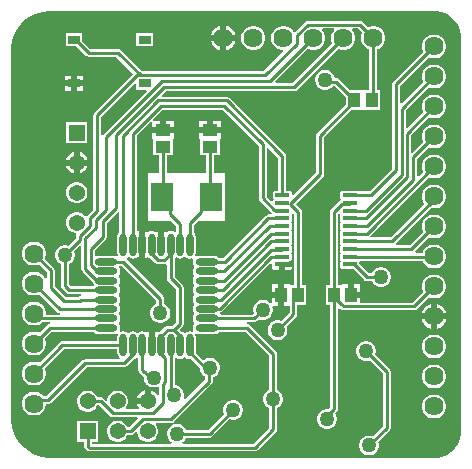
<source format=gbl>
G04*
G04 #@! TF.GenerationSoftware,Altium Limited,Altium Designer,23.2.1 (34)*
G04*
G04 Layer_Physical_Order=2*
G04 Layer_Color=16711680*
%FSLAX25Y25*%
%MOIN*%
G70*
G04*
G04 #@! TF.SameCoordinates,7C5D3EEA-5F35-4E34-AFA4-0489F6894B71*
G04*
G04*
G04 #@! TF.FilePolarity,Positive*
G04*
G01*
G75*
%ADD15R,0.03960X0.05151*%
%ADD16R,0.03937X0.04921*%
G04:AMPARAMS|DCode=19|XSize=15.75mil|YSize=47.24mil|CornerRadius=1.97mil|HoleSize=0mil|Usage=FLASHONLY|Rotation=270.000|XOffset=0mil|YOffset=0mil|HoleType=Round|Shape=RoundedRectangle|*
%AMROUNDEDRECTD19*
21,1,0.01575,0.04331,0,0,270.0*
21,1,0.01181,0.04724,0,0,270.0*
1,1,0.00394,-0.02165,-0.00591*
1,1,0.00394,-0.02165,0.00591*
1,1,0.00394,0.02165,0.00591*
1,1,0.00394,0.02165,-0.00591*
%
%ADD19ROUNDEDRECTD19*%
%ADD20R,0.05151X0.03960*%
%ADD22R,0.07480X0.09449*%
%ADD52C,0.01000*%
%ADD54C,0.06378*%
%ADD55C,0.05394*%
%ADD56R,0.05394X0.05394*%
%ADD57R,0.05394X0.05394*%
%ADD58C,0.09843*%
%ADD59C,0.05000*%
%ADD60R,0.03937X0.02756*%
%ADD61O,0.07677X0.02362*%
%ADD62O,0.02362X0.07677*%
G36*
X144369Y149440D02*
X146014Y148759D01*
X147495Y147770D01*
X148754Y146511D01*
X149743Y145030D01*
X150425Y143385D01*
X150772Y141638D01*
Y140748D01*
X150772Y9843D01*
X150772Y8952D01*
X150425Y7206D01*
X149743Y5561D01*
X148754Y4080D01*
X147495Y2821D01*
X146014Y1832D01*
X144369Y1150D01*
X142623Y803D01*
X141732D01*
X13806Y814D01*
X13806Y814D01*
X13806Y814D01*
X12955D01*
X11269Y1036D01*
X9626Y1476D01*
X8054Y2127D01*
X6581Y2977D01*
X5232Y4013D01*
X4029Y5216D01*
X2993Y6565D01*
X2142Y8038D01*
X1491Y9610D01*
X1051Y11253D01*
X829Y12940D01*
Y13790D01*
X829Y13790D01*
X829Y13791D01*
X803Y136811D01*
Y137662D01*
X1025Y139348D01*
X1465Y140991D01*
X2116Y142563D01*
X2967Y144036D01*
X4002Y145386D01*
X5205Y146588D01*
X6555Y147624D01*
X8028Y148475D01*
X9599Y149126D01*
X11242Y149566D01*
X12929Y149788D01*
X142623D01*
X144369Y149440D01*
D02*
G37*
%LPC*%
G36*
X116968Y146563D02*
X99597D01*
X99090Y146462D01*
X98660Y146175D01*
X95318Y142832D01*
X94822Y142897D01*
X94649Y143198D01*
X93906Y143940D01*
X92997Y144465D01*
X91982Y144737D01*
X90932D01*
X89917Y144465D01*
X89008Y143940D01*
X88265Y143198D01*
X87740Y142288D01*
X87468Y141273D01*
Y140223D01*
X87740Y139208D01*
X88265Y138299D01*
X89008Y137556D01*
X89917Y137031D01*
X90932Y136759D01*
X91288D01*
X91480Y136297D01*
X84777Y129594D01*
X44524D01*
X37355Y136764D01*
X36925Y137051D01*
X36417Y137152D01*
X27124D01*
X24422Y139854D01*
Y142335D01*
X18885D01*
Y137980D01*
X22548D01*
X25638Y134889D01*
X26068Y134602D01*
X26575Y134501D01*
X35868D01*
X41497Y128872D01*
X28590Y115965D01*
X28303Y115535D01*
X28202Y115028D01*
Y83568D01*
X26274Y81640D01*
X26055Y81312D01*
X25674Y81258D01*
X25492Y81287D01*
X25436Y81383D01*
X24785Y82034D01*
X23988Y82495D01*
X23098Y82733D01*
X22177D01*
X21288Y82495D01*
X20491Y82034D01*
X19840Y81383D01*
X19379Y80586D01*
X19141Y79697D01*
Y78776D01*
X19379Y77887D01*
X19840Y77089D01*
X20491Y76438D01*
X21288Y75978D01*
X22177Y75740D01*
X22279D01*
X22547Y75239D01*
X22517Y75195D01*
X22416Y74688D01*
Y73995D01*
X19917Y71496D01*
X19135Y71706D01*
X18266D01*
X17427Y71481D01*
X16675Y71046D01*
X16060Y70432D01*
X15626Y69679D01*
X15401Y68840D01*
Y67971D01*
X15626Y67132D01*
X16060Y66379D01*
X16675Y65765D01*
X17375Y65360D01*
Y58156D01*
X17476Y57649D01*
X17763Y57219D01*
X19226Y55756D01*
X19656Y55468D01*
X20164Y55368D01*
X24023D01*
X24027Y54869D01*
X23519Y54768D01*
X23089Y54481D01*
X23017Y54409D01*
X18949D01*
X15239Y58118D01*
Y63390D01*
X15138Y63897D01*
X14851Y64327D01*
X12005Y67173D01*
X12116Y67365D01*
X12388Y68379D01*
Y69430D01*
X12116Y70444D01*
X11591Y71354D01*
X10848Y72097D01*
X9939Y72622D01*
X8924Y72894D01*
X7874D01*
X6859Y72622D01*
X5950Y72097D01*
X5207Y71354D01*
X4682Y70444D01*
X4410Y69430D01*
Y68379D01*
X4682Y67365D01*
X5207Y66455D01*
X5950Y65713D01*
X6859Y65188D01*
X7874Y64916D01*
X8924D01*
X9939Y65188D01*
X10131Y65298D01*
X12588Y62841D01*
Y60771D01*
X12523Y60730D01*
X11856Y60895D01*
X11591Y61354D01*
X10848Y62097D01*
X9939Y62622D01*
X8924Y62894D01*
X7874D01*
X6859Y62622D01*
X5950Y62097D01*
X5207Y61354D01*
X4682Y60444D01*
X4410Y59430D01*
Y58380D01*
X4682Y57365D01*
X5207Y56455D01*
X5950Y55713D01*
X6859Y55187D01*
X7874Y54916D01*
X8924D01*
X9939Y55187D01*
X10131Y55298D01*
X15973Y49457D01*
X16403Y49169D01*
X16910Y49068D01*
X16907Y48570D01*
X12388D01*
Y49430D01*
X12116Y50444D01*
X11591Y51354D01*
X10848Y52097D01*
X9939Y52622D01*
X8924Y52894D01*
X7874D01*
X6859Y52622D01*
X5950Y52097D01*
X5207Y51354D01*
X4682Y50444D01*
X4410Y49430D01*
Y48379D01*
X4682Y47365D01*
X5207Y46455D01*
X5950Y45713D01*
X6859Y45188D01*
X7874Y44916D01*
X8924D01*
X9939Y45188D01*
X10848Y45713D01*
X11131Y45995D01*
X11515Y45919D01*
X13586D01*
X13589Y45420D01*
X13082Y45319D01*
X12652Y45032D01*
X10131Y42511D01*
X9939Y42622D01*
X8924Y42894D01*
X7874D01*
X6859Y42622D01*
X5950Y42097D01*
X5207Y41354D01*
X4682Y40444D01*
X4410Y39430D01*
Y38379D01*
X4682Y37365D01*
X5207Y36455D01*
X5950Y35713D01*
X6859Y35188D01*
X7874Y34916D01*
X8924D01*
X9939Y35188D01*
X10848Y35713D01*
X11591Y36455D01*
X12116Y37365D01*
X12388Y38379D01*
Y39430D01*
X12116Y40444D01*
X12005Y40637D01*
X14138Y42769D01*
X28326D01*
X28394Y42666D01*
X29050Y42228D01*
X29822Y42074D01*
X35138D01*
X35910Y42228D01*
X36066Y42332D01*
X36426Y41972D01*
X36323Y41816D01*
X36169Y41043D01*
Y39711D01*
X17880D01*
X17373Y39610D01*
X16943Y39323D01*
X10131Y32511D01*
X9939Y32622D01*
X8924Y32894D01*
X7874D01*
X6859Y32622D01*
X5950Y32097D01*
X5207Y31354D01*
X4682Y30444D01*
X4410Y29430D01*
Y28379D01*
X4682Y27365D01*
X5207Y26455D01*
X5950Y25713D01*
X6859Y25188D01*
X7874Y24916D01*
X8924D01*
X9939Y25188D01*
X10848Y25713D01*
X11591Y26455D01*
X12116Y27365D01*
X12388Y28379D01*
Y29430D01*
X12116Y30444D01*
X12005Y30637D01*
X18429Y37060D01*
X36169D01*
Y35728D01*
X36323Y34955D01*
X36761Y34300D01*
X36957Y34169D01*
X36805Y33669D01*
X25426D01*
X24919Y33568D01*
X24489Y33281D01*
X12467Y21259D01*
X11646D01*
X11591Y21354D01*
X10848Y22097D01*
X9939Y22622D01*
X8924Y22894D01*
X7874D01*
X6859Y22622D01*
X5950Y22097D01*
X5207Y21354D01*
X4682Y20444D01*
X4410Y19430D01*
Y18380D01*
X4682Y17365D01*
X5207Y16455D01*
X5950Y15713D01*
X6859Y15188D01*
X7874Y14916D01*
X8924D01*
X9939Y15188D01*
X10848Y15713D01*
X11591Y16455D01*
X12116Y17365D01*
X12388Y18380D01*
Y18608D01*
X13016D01*
X13524Y18709D01*
X13954Y18996D01*
X25975Y31018D01*
X38313D01*
X38820Y31119D01*
X39250Y31406D01*
X41605Y33762D01*
X42111Y33862D01*
X42663Y34231D01*
X43031Y34106D01*
X43163Y34009D01*
Y30183D01*
X43264Y29675D01*
X43551Y29245D01*
X44258Y28538D01*
X44361Y28469D01*
X44928Y27902D01*
Y27125D01*
X45153Y26285D01*
X45588Y25533D01*
X46202Y24918D01*
X46955Y24484D01*
X47794Y24259D01*
X48663D01*
X49502Y24484D01*
X49560Y24517D01*
X49993Y24267D01*
Y21613D01*
X49493Y21479D01*
X49218Y21955D01*
X48530Y22643D01*
X47687Y23130D01*
X47260Y23244D01*
Y19685D01*
X46260D01*
Y18685D01*
X42700D01*
X42815Y18258D01*
X43245Y17514D01*
X43066Y17014D01*
X39187D01*
X38996Y17476D01*
X39058Y17538D01*
X39518Y18335D01*
X39757Y19225D01*
Y20145D01*
X39518Y21035D01*
X39058Y21832D01*
X38407Y22483D01*
X37610Y22944D01*
X36720Y23182D01*
X35800D01*
X34910Y22944D01*
X34113Y22483D01*
X33462Y21832D01*
X33001Y21035D01*
X32763Y20145D01*
Y20057D01*
X32301Y19866D01*
X31545Y20622D01*
X31115Y20910D01*
X30608Y21011D01*
X29525D01*
X29518Y21035D01*
X29058Y21832D01*
X28407Y22483D01*
X27610Y22944D01*
X26720Y23182D01*
X25800D01*
X24910Y22944D01*
X24113Y22483D01*
X23462Y21832D01*
X23001Y21035D01*
X22763Y20145D01*
Y19225D01*
X23001Y18335D01*
X23462Y17538D01*
X24113Y16887D01*
X24910Y16427D01*
X25800Y16188D01*
X26720D01*
X27610Y16427D01*
X28407Y16887D01*
X29058Y17538D01*
X29518Y18335D01*
X29525Y18360D01*
X30058D01*
X33667Y14751D01*
X34097Y14464D01*
X34604Y14363D01*
X42757D01*
X42949Y13901D01*
X40058Y11011D01*
X39525D01*
X39518Y11035D01*
X39058Y11832D01*
X38407Y12483D01*
X37610Y12944D01*
X36720Y13182D01*
X35800D01*
X34910Y12944D01*
X34113Y12483D01*
X33462Y11832D01*
X33001Y11035D01*
X32763Y10145D01*
Y9225D01*
X33001Y8335D01*
X33462Y7538D01*
X34113Y6887D01*
X34910Y6426D01*
X35800Y6188D01*
X36720D01*
X37610Y6426D01*
X38407Y6887D01*
X39058Y7538D01*
X39518Y8335D01*
X39525Y8360D01*
X40608D01*
X41115Y8461D01*
X41545Y8748D01*
X42301Y9504D01*
X42763Y9313D01*
Y9225D01*
X43001Y8335D01*
X43462Y7538D01*
X44113Y6887D01*
X44910Y6426D01*
X45799Y6188D01*
X46720D01*
X47610Y6426D01*
X48407Y6887D01*
X49058Y7538D01*
X49518Y8335D01*
X49757Y9225D01*
Y10145D01*
X49518Y11035D01*
X49058Y11832D01*
X48898Y11992D01*
X49089Y12454D01*
X54134D01*
X54641Y12555D01*
X55071Y12842D01*
X67514Y25286D01*
X67802Y25716D01*
X67903Y26223D01*
Y27711D01*
X68203Y27792D01*
X68955Y28226D01*
X69570Y28841D01*
X70004Y29593D01*
X70229Y30433D01*
Y31301D01*
X70004Y32141D01*
X69570Y32893D01*
X68955Y33508D01*
X68203Y33942D01*
X67364Y34167D01*
X66495D01*
X65655Y33942D01*
X64903Y33508D01*
X64740Y33345D01*
X62256Y35829D01*
Y41043D01*
X62102Y41816D01*
X61998Y41971D01*
X62359Y42332D01*
X62514Y42228D01*
X63287Y42074D01*
X68602D01*
X69375Y42228D01*
X70030Y42666D01*
X70099Y42769D01*
X78920D01*
X86707Y34981D01*
Y23367D01*
X86007Y22963D01*
X85392Y22348D01*
X84958Y21596D01*
X84733Y20756D01*
Y19888D01*
X84958Y19048D01*
X85392Y18296D01*
X86007Y17681D01*
X86707Y17277D01*
Y10826D01*
X81447Y5566D01*
X57999D01*
X57865Y6066D01*
X58129Y6218D01*
X58743Y6832D01*
X59148Y7533D01*
X66929D01*
X67436Y7634D01*
X67866Y7921D01*
X73587Y13642D01*
X74369Y13432D01*
X75238D01*
X76077Y13657D01*
X76829Y14092D01*
X77444Y14706D01*
X77878Y15459D01*
X78103Y16298D01*
Y17167D01*
X77878Y18006D01*
X77444Y18758D01*
X76829Y19373D01*
X76077Y19807D01*
X75238Y20032D01*
X74369D01*
X73529Y19807D01*
X72777Y19373D01*
X72162Y18758D01*
X71728Y18006D01*
X71503Y17167D01*
Y16298D01*
X71713Y15516D01*
X66380Y10184D01*
X59148D01*
X58743Y10885D01*
X58129Y11499D01*
X57376Y11933D01*
X56537Y12158D01*
X55668D01*
X54829Y11933D01*
X54076Y11499D01*
X53462Y10885D01*
X53027Y10132D01*
X52802Y9293D01*
Y8424D01*
X53027Y7585D01*
X53462Y6832D01*
X54076Y6218D01*
X54339Y6066D01*
X54206Y5566D01*
X27585D01*
Y6188D01*
X29757D01*
Y13182D01*
X22763D01*
Y6188D01*
X24934D01*
Y4826D01*
X25035Y4319D01*
X25323Y3889D01*
X25908Y3303D01*
X26338Y3015D01*
X26846Y2915D01*
X81996D01*
X82503Y3015D01*
X82933Y3303D01*
X88970Y9340D01*
X89258Y9770D01*
X89358Y10277D01*
Y17277D01*
X90059Y17681D01*
X90674Y18296D01*
X91108Y19048D01*
X91333Y19888D01*
Y20756D01*
X91108Y21596D01*
X90674Y22348D01*
X90059Y22963D01*
X89358Y23367D01*
Y35530D01*
X89258Y36037D01*
X88970Y36467D01*
X80406Y45032D01*
X79976Y45319D01*
X79469Y45420D01*
X79471Y45919D01*
X81693D01*
X82200Y46020D01*
X82630Y46307D01*
X83430Y47106D01*
X84211Y46897D01*
X85080D01*
X85919Y47122D01*
X86672Y47556D01*
X87286Y48171D01*
X87721Y48923D01*
X87946Y49762D01*
Y50631D01*
X87835Y51043D01*
X88219Y51543D01*
X89645D01*
Y54118D01*
X87665D01*
Y52516D01*
X87165Y52345D01*
X86672Y52838D01*
X85919Y53272D01*
X85080Y53497D01*
X84211D01*
X83372Y53272D01*
X82619Y52838D01*
X82005Y52223D01*
X81571Y51471D01*
X81346Y50631D01*
Y49762D01*
X81555Y48981D01*
X81144Y48570D01*
X70674D01*
X70395Y49070D01*
X70527Y49284D01*
X70744Y49327D01*
X71174Y49614D01*
X87256Y65697D01*
X87756Y65489D01*
Y64665D01*
X87849Y64198D01*
X88113Y63802D01*
X88509Y63538D01*
X88976Y63445D01*
X90142D01*
Y65256D01*
X91142D01*
Y66208D01*
X93307D01*
X93549Y66256D01*
X94446D01*
X94434Y66313D01*
X94170Y66709D01*
X94164Y66713D01*
X94246Y66835D01*
X94323Y67224D01*
Y68405D01*
X94246Y68795D01*
X94046Y69095D01*
X94246Y69394D01*
X94323Y69784D01*
Y70965D01*
X94246Y71354D01*
X94046Y71653D01*
X94246Y71954D01*
X94323Y72342D01*
Y73524D01*
X94246Y73913D01*
X94046Y74213D01*
X94246Y74513D01*
X94323Y74902D01*
Y76083D01*
X94246Y76472D01*
X94046Y76772D01*
X94246Y77072D01*
X94323Y77461D01*
Y78642D01*
X94246Y79031D01*
X94046Y79331D01*
X94246Y79631D01*
X94323Y80020D01*
Y81201D01*
X94246Y81590D01*
X94046Y81890D01*
X94227Y82162D01*
X94336Y82213D01*
X94746Y82320D01*
X95038Y82086D01*
Y58493D01*
X93625D01*
Y58693D01*
X91645D01*
Y55118D01*
Y51543D01*
X93558D01*
Y49172D01*
X90783Y46398D01*
X90001Y46607D01*
X89132D01*
X88293Y46382D01*
X87541Y45948D01*
X86926Y45333D01*
X86492Y44581D01*
X86267Y43742D01*
Y42873D01*
X86492Y42033D01*
X86926Y41281D01*
X87541Y40666D01*
X88293Y40232D01*
X89132Y40007D01*
X90001D01*
X90841Y40232D01*
X91593Y40666D01*
X92208Y41281D01*
X92642Y42033D01*
X92867Y42873D01*
Y43742D01*
X92658Y44523D01*
X95821Y47686D01*
X96108Y48116D01*
X96209Y48623D01*
Y51743D01*
X99143D01*
Y58493D01*
X97689D01*
Y82821D01*
X97588Y83328D01*
X97300Y83758D01*
X95617Y85441D01*
X104653Y94477D01*
X104940Y94907D01*
X105041Y95414D01*
Y107596D01*
X114263Y116818D01*
X117926D01*
Y116818D01*
X118295D01*
Y116818D01*
X123831D01*
Y123339D01*
X122782D01*
Y136974D01*
X122996Y137031D01*
X123906Y137556D01*
X124649Y138299D01*
X125174Y139208D01*
X125446Y140223D01*
Y141273D01*
X125174Y142288D01*
X124649Y143198D01*
X123906Y143940D01*
X122996Y144465D01*
X121982Y144737D01*
X120932D01*
X119917Y144465D01*
X119725Y144354D01*
X117905Y146175D01*
X117475Y146462D01*
X116968Y146563D01*
D02*
G37*
G36*
X72457Y144817D02*
Y141748D01*
X75526D01*
X75360Y142365D01*
X74809Y143320D01*
X74029Y144100D01*
X73074Y144652D01*
X72457Y144817D01*
D02*
G37*
G36*
X70457D02*
X69840Y144652D01*
X68885Y144100D01*
X68105Y143320D01*
X67553Y142365D01*
X67388Y141748D01*
X70457D01*
Y144817D01*
D02*
G37*
G36*
X48044Y142335D02*
X42507D01*
Y137980D01*
X48044D01*
Y142335D01*
D02*
G37*
G36*
X81982Y144737D02*
X80932D01*
X79917Y144465D01*
X79008Y143940D01*
X78265Y143198D01*
X77740Y142288D01*
X77468Y141273D01*
Y140223D01*
X77740Y139208D01*
X78265Y138299D01*
X79008Y137556D01*
X79917Y137031D01*
X80932Y136759D01*
X81982D01*
X82996Y137031D01*
X83906Y137556D01*
X84649Y138299D01*
X85174Y139208D01*
X85446Y140223D01*
Y141273D01*
X85174Y142288D01*
X84649Y143198D01*
X83906Y143940D01*
X82996Y144465D01*
X81982Y144737D01*
D02*
G37*
G36*
X75526Y139748D02*
X72457D01*
Y136679D01*
X73074Y136845D01*
X74029Y137396D01*
X74809Y138176D01*
X75360Y139131D01*
X75526Y139748D01*
D02*
G37*
G36*
X70457D02*
X67388D01*
X67553Y139131D01*
X68105Y138176D01*
X68885Y137396D01*
X69840Y136845D01*
X70457Y136679D01*
Y139748D01*
D02*
G37*
G36*
X142257Y141902D02*
X141207D01*
X140193Y141631D01*
X139283Y141105D01*
X138540Y140363D01*
X138015Y139453D01*
X137743Y138439D01*
Y137388D01*
X138015Y136374D01*
X138126Y136182D01*
X128168Y126224D01*
X127881Y125794D01*
X127780Y125287D01*
Y97174D01*
X120219Y89613D01*
X116442D01*
X116137Y89817D01*
X115748Y89894D01*
X111417D01*
X111028Y89817D01*
X110699Y89597D01*
X110478Y89267D01*
X110401Y88878D01*
Y87697D01*
X110478Y87308D01*
X110679Y87008D01*
X110478Y86708D01*
X110469Y86662D01*
X110044Y86378D01*
X107424Y83758D01*
X107137Y83328D01*
X107036Y82821D01*
Y58493D01*
X105581D01*
Y51743D01*
X107036D01*
Y17677D01*
X106439Y17079D01*
X105618D01*
X104779Y16855D01*
X104026Y16420D01*
X103412Y15806D01*
X102977Y15053D01*
X102752Y14214D01*
Y13345D01*
X102977Y12506D01*
X103412Y11753D01*
X104026Y11139D01*
X104779Y10704D01*
X105618Y10480D01*
X106487D01*
X107326Y10704D01*
X108079Y11139D01*
X108693Y11753D01*
X109127Y12506D01*
X109352Y13345D01*
Y14214D01*
X109127Y15053D01*
X108774Y15666D01*
X109299Y16190D01*
X109586Y16620D01*
X109687Y17128D01*
Y50536D01*
X110187Y50743D01*
X110624Y50306D01*
X111054Y50018D01*
X111561Y49917D01*
X135062D01*
X135569Y50018D01*
X135999Y50306D01*
X140000Y54307D01*
X140193Y54196D01*
X141207Y53924D01*
X142257D01*
X143272Y54196D01*
X144182Y54721D01*
X144924Y55464D01*
X145449Y56374D01*
X145721Y57388D01*
Y58439D01*
X145449Y59453D01*
X144924Y60363D01*
X144182Y61105D01*
X143272Y61631D01*
X142257Y61902D01*
X141207D01*
X140193Y61631D01*
X139283Y61105D01*
X138540Y60363D01*
X138015Y59453D01*
X137743Y58439D01*
Y57388D01*
X138015Y56374D01*
X138126Y56182D01*
X134513Y52568D01*
X117060D01*
Y54118D01*
X114080D01*
Y55118D01*
X113080D01*
Y58693D01*
X111100D01*
Y58493D01*
X109687D01*
Y82086D01*
X109978Y82320D01*
X110388Y82213D01*
X110497Y82162D01*
X110679Y81890D01*
X110478Y81590D01*
X110401Y81201D01*
Y80020D01*
X110478Y79631D01*
X110679Y79331D01*
X110478Y79031D01*
X110401Y78642D01*
Y77461D01*
X110478Y77072D01*
X110679Y76772D01*
X110478Y76472D01*
X110401Y76083D01*
Y74902D01*
X110478Y74513D01*
X110679Y74213D01*
X110478Y73913D01*
X110401Y73524D01*
Y72342D01*
X110478Y71954D01*
X110679Y71653D01*
X110478Y71354D01*
X110401Y70965D01*
Y69784D01*
X110478Y69394D01*
X110679Y69095D01*
X110478Y68795D01*
X110401Y68405D01*
Y67224D01*
X110478Y66835D01*
X110679Y66535D01*
X110478Y66235D01*
X110401Y65847D01*
Y64665D01*
X110478Y64276D01*
X110699Y63947D01*
X111028Y63726D01*
X111417Y63649D01*
X114890D01*
X118453Y60086D01*
X118883Y59799D01*
X119390Y59698D01*
X120970D01*
X121375Y58997D01*
X121990Y58383D01*
X122742Y57948D01*
X123581Y57724D01*
X124450D01*
X125289Y57948D01*
X126042Y58383D01*
X126656Y58997D01*
X127091Y59750D01*
X127316Y60589D01*
Y61458D01*
X127091Y62297D01*
X126656Y63050D01*
X126042Y63664D01*
X125289Y64099D01*
X124450Y64324D01*
X123581D01*
X122742Y64099D01*
X121990Y63664D01*
X121375Y63050D01*
X120970Y62349D01*
X119939D01*
X116764Y65523D01*
Y65847D01*
X116726Y66039D01*
X116998Y66472D01*
X117086Y66539D01*
X137971D01*
X138015Y66374D01*
X138540Y65464D01*
X139283Y64721D01*
X140193Y64196D01*
X141207Y63924D01*
X142257D01*
X143272Y64196D01*
X144182Y64721D01*
X144924Y65464D01*
X145449Y66374D01*
X145721Y67388D01*
Y68439D01*
X145449Y69453D01*
X144924Y70363D01*
X144182Y71105D01*
X143272Y71631D01*
X142257Y71902D01*
X141207D01*
X140193Y71631D01*
X139283Y71105D01*
X138540Y70363D01*
X138015Y69453D01*
X137944Y69190D01*
X135590D01*
X135383Y69690D01*
X140000Y74307D01*
X140193Y74196D01*
X141207Y73924D01*
X142257D01*
X143272Y74196D01*
X144182Y74721D01*
X144924Y75464D01*
X145449Y76374D01*
X145721Y77388D01*
Y78439D01*
X145449Y79453D01*
X144924Y80363D01*
X144182Y81105D01*
X143272Y81630D01*
X142257Y81902D01*
X141207D01*
X140193Y81630D01*
X139283Y81105D01*
X138540Y80363D01*
X138015Y79453D01*
X137743Y78439D01*
Y77388D01*
X138015Y76374D01*
X138126Y76182D01*
X133644Y71700D01*
X129202D01*
X128995Y72199D01*
X140823Y84027D01*
X141207Y83924D01*
X142257D01*
X143272Y84196D01*
X144182Y84721D01*
X144924Y85464D01*
X145449Y86374D01*
X145721Y87388D01*
Y88439D01*
X145449Y89453D01*
X144924Y90363D01*
X144182Y91105D01*
X143272Y91631D01*
X142257Y91902D01*
X141207D01*
X140193Y91631D01*
X139283Y91105D01*
X138540Y90363D01*
X138015Y89453D01*
X137743Y88439D01*
Y87388D01*
X138015Y86374D01*
X138530Y85483D01*
X127305Y74259D01*
X120659D01*
X120452Y74758D01*
X140000Y94307D01*
X140193Y94196D01*
X141207Y93924D01*
X142257D01*
X143272Y94196D01*
X144182Y94721D01*
X144924Y95464D01*
X145449Y96374D01*
X145721Y97388D01*
Y98439D01*
X145449Y99453D01*
X144924Y100363D01*
X144182Y101105D01*
X143272Y101631D01*
X142257Y101902D01*
X141207D01*
X140193Y101631D01*
X139283Y101105D01*
X138540Y100363D01*
X138015Y99453D01*
X137743Y98439D01*
Y97388D01*
X138015Y96374D01*
X138126Y96182D01*
X136630Y94686D01*
X136168Y94877D01*
Y100475D01*
X140000Y104307D01*
X140193Y104196D01*
X141207Y103924D01*
X142257D01*
X143272Y104196D01*
X144182Y104721D01*
X144924Y105464D01*
X145449Y106374D01*
X145721Y107388D01*
Y108439D01*
X145449Y109453D01*
X144924Y110363D01*
X144182Y111105D01*
X143272Y111631D01*
X142257Y111902D01*
X141207D01*
X140193Y111631D01*
X139283Y111105D01*
X138540Y110363D01*
X138015Y109453D01*
X137743Y108439D01*
Y107388D01*
X138015Y106374D01*
X138126Y106182D01*
X134493Y102549D01*
X134031Y102740D01*
Y108338D01*
X140000Y114307D01*
X140193Y114196D01*
X141207Y113924D01*
X142257D01*
X143272Y114196D01*
X144182Y114721D01*
X144924Y115464D01*
X145449Y116374D01*
X145721Y117388D01*
Y118439D01*
X145449Y119453D01*
X144924Y120363D01*
X144182Y121105D01*
X143272Y121631D01*
X142257Y121902D01*
X141207D01*
X140193Y121631D01*
X139283Y121105D01*
X138540Y120363D01*
X138015Y119453D01*
X137743Y118439D01*
Y117388D01*
X138015Y116374D01*
X138126Y116182D01*
X132693Y110749D01*
X132231Y110940D01*
Y116538D01*
X140000Y124307D01*
X140193Y124196D01*
X141207Y123924D01*
X142257D01*
X143272Y124196D01*
X144182Y124721D01*
X144924Y125464D01*
X145449Y126374D01*
X145721Y127388D01*
Y128439D01*
X145449Y129453D01*
X144924Y130363D01*
X144182Y131105D01*
X143272Y131631D01*
X142257Y131902D01*
X141207D01*
X140193Y131631D01*
X139283Y131105D01*
X138540Y130363D01*
X138015Y129453D01*
X137743Y128439D01*
Y127388D01*
X138015Y126374D01*
X138126Y126182D01*
X130893Y118948D01*
X130431Y119140D01*
Y124738D01*
X140000Y134307D01*
X140193Y134196D01*
X141207Y133924D01*
X142257D01*
X143272Y134196D01*
X144182Y134721D01*
X144924Y135464D01*
X145449Y136374D01*
X145721Y137388D01*
Y138439D01*
X145449Y139453D01*
X144924Y140363D01*
X144182Y141105D01*
X143272Y141631D01*
X142257Y141902D01*
D02*
G37*
G36*
X24622Y127969D02*
X22654D01*
Y126591D01*
X24622D01*
Y127969D01*
D02*
G37*
G36*
X20654D02*
X18685D01*
Y126591D01*
X20654D01*
Y127969D01*
D02*
G37*
G36*
X24622Y124591D02*
X22654D01*
Y123213D01*
X24622D01*
Y124591D01*
D02*
G37*
G36*
X20654D02*
X18685D01*
Y123213D01*
X20654D01*
Y124591D01*
D02*
G37*
G36*
X26135Y112733D02*
X19141D01*
Y105739D01*
X26135D01*
Y112733D01*
D02*
G37*
G36*
X23638Y102796D02*
Y100236D01*
X26197D01*
X26083Y100663D01*
X25596Y101506D01*
X24908Y102194D01*
X24065Y102681D01*
X23638Y102796D01*
D02*
G37*
G36*
X21638Y102796D02*
X21211Y102681D01*
X20368Y102194D01*
X19680Y101506D01*
X19193Y100663D01*
X19079Y100236D01*
X21638D01*
Y102796D01*
D02*
G37*
G36*
Y98236D02*
X19079D01*
X19193Y97809D01*
X19680Y96966D01*
X20368Y96278D01*
X21211Y95791D01*
X21638Y95677D01*
Y98236D01*
D02*
G37*
G36*
X26197D02*
X23638D01*
Y95677D01*
X24065Y95791D01*
X24908Y96278D01*
X25596Y96966D01*
X26083Y97809D01*
X26197Y98236D01*
D02*
G37*
G36*
X23098Y92733D02*
X22177D01*
X21288Y92495D01*
X20491Y92035D01*
X19840Y91383D01*
X19379Y90586D01*
X19141Y89697D01*
Y88776D01*
X19379Y87887D01*
X19840Y87089D01*
X20491Y86438D01*
X21288Y85978D01*
X22177Y85739D01*
X23098D01*
X23988Y85978D01*
X24785Y86438D01*
X25436Y87089D01*
X25896Y87887D01*
X26135Y88776D01*
Y89697D01*
X25896Y90586D01*
X25436Y91383D01*
X24785Y92035D01*
X23988Y92495D01*
X23098Y92733D01*
D02*
G37*
G36*
X94446Y64256D02*
X92142D01*
Y63445D01*
X93307D01*
X93774Y63538D01*
X94170Y63802D01*
X94434Y64198D01*
X94446Y64256D01*
D02*
G37*
G36*
X117060Y58693D02*
X115080D01*
Y56118D01*
X117060D01*
Y58693D01*
D02*
G37*
G36*
X89645D02*
X87665D01*
Y56118D01*
X89645D01*
Y58693D01*
D02*
G37*
G36*
X142732Y51982D02*
Y48913D01*
X145801D01*
X145636Y49530D01*
X145084Y50485D01*
X144304Y51265D01*
X143349Y51817D01*
X142732Y51982D01*
D02*
G37*
G36*
X140732D02*
X140115Y51817D01*
X139160Y51265D01*
X138380Y50485D01*
X137829Y49530D01*
X137663Y48913D01*
X140732D01*
Y51982D01*
D02*
G37*
G36*
X145801Y46913D02*
X142732D01*
Y43845D01*
X143349Y44010D01*
X144304Y44561D01*
X145084Y45341D01*
X145636Y46297D01*
X145801Y46913D01*
D02*
G37*
G36*
X140732D02*
X137663D01*
X137829Y46297D01*
X138380Y45341D01*
X139160Y44561D01*
X140115Y44010D01*
X140732Y43845D01*
Y46913D01*
D02*
G37*
G36*
X142257Y41902D02*
X141207D01*
X140193Y41631D01*
X139283Y41105D01*
X138540Y40363D01*
X138015Y39453D01*
X137743Y38439D01*
Y37388D01*
X138015Y36374D01*
X138540Y35464D01*
X139283Y34721D01*
X140193Y34196D01*
X141207Y33924D01*
X142257D01*
X143272Y34196D01*
X144182Y34721D01*
X144924Y35464D01*
X145449Y36374D01*
X145721Y37388D01*
Y38439D01*
X145449Y39453D01*
X144924Y40363D01*
X144182Y41105D01*
X143272Y41631D01*
X142257Y41902D01*
D02*
G37*
G36*
Y31902D02*
X141207D01*
X140193Y31631D01*
X139283Y31105D01*
X138540Y30363D01*
X138015Y29453D01*
X137743Y28439D01*
Y27388D01*
X138015Y26374D01*
X138540Y25464D01*
X139283Y24721D01*
X140193Y24196D01*
X141207Y23924D01*
X142257D01*
X143272Y24196D01*
X144182Y24721D01*
X144924Y25464D01*
X145449Y26374D01*
X145721Y27388D01*
Y28439D01*
X145449Y29453D01*
X144924Y30363D01*
X144182Y31105D01*
X143272Y31631D01*
X142257Y31902D01*
D02*
G37*
G36*
X45260Y23244D02*
X44833Y23130D01*
X43990Y22643D01*
X43302Y21955D01*
X42815Y21112D01*
X42700Y20685D01*
X45260D01*
Y23244D01*
D02*
G37*
G36*
X142257Y21902D02*
X141207D01*
X140193Y21631D01*
X139283Y21105D01*
X138540Y20363D01*
X138015Y19453D01*
X137743Y18439D01*
Y17388D01*
X138015Y16374D01*
X138540Y15464D01*
X139283Y14721D01*
X140193Y14196D01*
X141207Y13924D01*
X142257D01*
X143272Y14196D01*
X144182Y14721D01*
X144924Y15464D01*
X145449Y16374D01*
X145721Y17388D01*
Y18439D01*
X145449Y19453D01*
X144924Y20363D01*
X144182Y21105D01*
X143272Y21631D01*
X142257Y21902D01*
D02*
G37*
G36*
X119529Y39717D02*
X118660D01*
X117821Y39492D01*
X117068Y39058D01*
X116454Y38444D01*
X116019Y37691D01*
X115795Y36852D01*
Y35983D01*
X116019Y35144D01*
X116454Y34391D01*
X117068Y33777D01*
X117821Y33342D01*
X118660Y33117D01*
X119529D01*
X120311Y33327D01*
X124659Y28978D01*
Y11376D01*
X121295Y8012D01*
X120513Y8221D01*
X119644D01*
X118805Y7996D01*
X118052Y7562D01*
X117438Y6948D01*
X117004Y6195D01*
X116779Y5356D01*
Y4487D01*
X117004Y3647D01*
X117438Y2895D01*
X118052Y2281D01*
X118805Y1846D01*
X119644Y1621D01*
X120513D01*
X121353Y1846D01*
X122105Y2281D01*
X122719Y2895D01*
X123154Y3647D01*
X123379Y4487D01*
Y5356D01*
X123169Y6137D01*
X126921Y9889D01*
X127209Y10319D01*
X127310Y10827D01*
Y29528D01*
X127209Y30035D01*
X126921Y30465D01*
X122185Y35201D01*
X122395Y35983D01*
Y36852D01*
X122170Y37691D01*
X121735Y38444D01*
X121121Y39058D01*
X120368Y39492D01*
X119529Y39717D01*
D02*
G37*
%LPD*%
G36*
X117850Y142480D02*
X117740Y142288D01*
X117468Y141273D01*
Y140223D01*
X117740Y139208D01*
X118265Y138299D01*
X119008Y137556D01*
X119917Y137031D01*
X120131Y136974D01*
Y123339D01*
X118295D01*
Y123339D01*
X117926D01*
Y123339D01*
X113817D01*
X113760Y123351D01*
X110069Y127042D01*
X109639Y127329D01*
X109132Y127430D01*
X108680D01*
X108489Y128144D01*
X108054Y128896D01*
X107440Y129511D01*
X106687Y129945D01*
X105848Y130170D01*
X104979D01*
X104140Y129945D01*
X103387Y129511D01*
X102773Y128896D01*
X102338Y128144D01*
X102113Y127304D01*
Y126436D01*
X102338Y125596D01*
X102773Y124844D01*
X103387Y124229D01*
X104140Y123795D01*
X104979Y123570D01*
X105848D01*
X106687Y123795D01*
X107440Y124229D01*
X107990Y124779D01*
X108582D01*
X112260Y121102D01*
X112389Y121016D01*
Y118693D01*
X102779Y109082D01*
X102491Y108652D01*
X102390Y108145D01*
Y95963D01*
X94785Y88358D01*
X94323Y88549D01*
Y88878D01*
X94246Y89267D01*
X94026Y89597D01*
X93696Y89817D01*
X93307Y89894D01*
X92467D01*
Y101365D01*
X92366Y101872D01*
X92079Y102302D01*
X73533Y120847D01*
X73103Y121135D01*
X72596Y121236D01*
X51179D01*
X50987Y121698D01*
X52427Y123137D01*
X95171D01*
X95678Y123238D01*
X96108Y123525D01*
X109725Y137142D01*
X109917Y137031D01*
X110932Y136759D01*
X111982D01*
X112996Y137031D01*
X113906Y137556D01*
X114649Y138299D01*
X115174Y139208D01*
X115446Y140223D01*
Y141273D01*
X115174Y142288D01*
X114649Y143198D01*
X114397Y143450D01*
X114588Y143912D01*
X116419D01*
X117850Y142480D01*
D02*
G37*
G36*
X108517Y143450D02*
X108265Y143198D01*
X107740Y142288D01*
X107468Y141273D01*
Y140223D01*
X107740Y139208D01*
X107851Y139016D01*
X94622Y125788D01*
X89025D01*
X88833Y126250D01*
X99725Y137142D01*
X99917Y137031D01*
X100932Y136759D01*
X101982D01*
X102997Y137031D01*
X103906Y137556D01*
X104649Y138299D01*
X105174Y139208D01*
X105446Y140223D01*
Y141273D01*
X105174Y142288D01*
X104649Y143198D01*
X104396Y143450D01*
X104588Y143912D01*
X108326D01*
X108517Y143450D01*
D02*
G37*
G36*
X83320Y104766D02*
Y87352D01*
X83421Y86844D01*
X83708Y86414D01*
X87603Y82520D01*
X87729Y82436D01*
X87577Y81936D01*
X86490D01*
X85982Y81835D01*
X85552Y81547D01*
X71472Y67467D01*
X70099D01*
X70030Y67570D01*
X69375Y68008D01*
X68602Y68162D01*
X63287D01*
X62514Y68008D01*
X62359Y67904D01*
X61998Y68265D01*
X62102Y68420D01*
X62256Y69193D01*
Y74508D01*
X62102Y75281D01*
X61664Y75936D01*
X61562Y76005D01*
Y78388D01*
X63048Y79874D01*
X72094D01*
Y95622D01*
X68427D01*
Y101645D01*
X70477D01*
Y107163D01*
X70677D01*
Y109143D01*
X67102D01*
X63527D01*
Y107163D01*
X63727D01*
Y101645D01*
X65776D01*
Y95622D01*
X52680D01*
Y101645D01*
X54729D01*
Y107163D01*
X54929D01*
Y109143D01*
X51354D01*
X47779D01*
Y107163D01*
X47979D01*
Y101645D01*
X50029D01*
Y95622D01*
X46503D01*
Y79874D01*
X54078D01*
X55761Y78191D01*
Y76227D01*
X55630Y76131D01*
X55261Y76006D01*
X54710Y76374D01*
X53937Y76528D01*
X53164Y76374D01*
X52888Y76190D01*
X52360Y76080D01*
X51787Y76463D01*
Y71850D01*
X49787D01*
Y76463D01*
X49215Y76080D01*
X48687Y76190D01*
X48411Y76374D01*
X47638Y76528D01*
X46865Y76374D01*
X46589Y76190D01*
X46060Y76080D01*
X45488Y76463D01*
Y71850D01*
Y67238D01*
X46060Y67620D01*
X46589Y67511D01*
X46865Y67327D01*
X47371Y67226D01*
X48822Y65775D01*
X49252Y65487D01*
X49760Y65386D01*
X51815D01*
X52111Y65445D01*
X52611Y65125D01*
Y60592D01*
X52712Y60084D01*
X53000Y59654D01*
X55624Y57030D01*
Y46058D01*
X54416Y44850D01*
X52909D01*
X52402Y44749D01*
X51972Y44462D01*
X50520Y43010D01*
X50014Y42909D01*
X49738Y42725D01*
X49210Y42616D01*
X48638Y42998D01*
Y38386D01*
X46638D01*
Y42998D01*
X46065Y42616D01*
X45537Y42725D01*
X45261Y42909D01*
X44488Y43063D01*
X43715Y42909D01*
X43060Y42472D01*
X42767D01*
X42111Y42909D01*
X41338Y43063D01*
X40565Y42909D01*
X39910Y42472D01*
X39617D01*
X38962Y42909D01*
X38189Y43063D01*
X37416Y42909D01*
X37260Y42805D01*
X36900Y43166D01*
X37004Y43321D01*
X37157Y44094D01*
X37004Y44867D01*
X36708Y45310D01*
X36607Y45669D01*
X36708Y46029D01*
X37004Y46471D01*
X37157Y47244D01*
X37004Y48017D01*
X36566Y48673D01*
Y48965D01*
X37004Y49621D01*
X37157Y50394D01*
X37004Y51167D01*
X36566Y51822D01*
Y52115D01*
X37004Y52770D01*
X37157Y53543D01*
X37004Y54316D01*
X36708Y54759D01*
X36607Y55118D01*
X36708Y55478D01*
X37004Y55920D01*
X37157Y56693D01*
X37004Y57466D01*
X36566Y58121D01*
Y58414D01*
X37004Y59070D01*
X37157Y59843D01*
X37004Y60616D01*
X36708Y61058D01*
X36566Y61564D01*
X37004Y62219D01*
X37157Y62992D01*
X37004Y63765D01*
X36635Y64316D01*
X36760Y64685D01*
X36857Y64816D01*
X37640D01*
X49183Y53273D01*
Y52200D01*
X48483Y51796D01*
X47868Y51181D01*
X47434Y50429D01*
X47209Y49589D01*
Y48720D01*
X47434Y47881D01*
X47868Y47129D01*
X48483Y46514D01*
X49235Y46080D01*
X50074Y45855D01*
X50943D01*
X51783Y46080D01*
X52535Y46514D01*
X53150Y47129D01*
X53584Y47881D01*
X53809Y48720D01*
Y49589D01*
X53584Y50429D01*
X53150Y51181D01*
X52535Y51796D01*
X51834Y52200D01*
Y53822D01*
X51733Y54329D01*
X51446Y54759D01*
X39277Y66928D01*
X39274Y67432D01*
X39617Y67765D01*
X39910D01*
X40565Y67327D01*
X41338Y67173D01*
X42111Y67327D01*
X42387Y67511D01*
X42915Y67620D01*
X43488Y67238D01*
Y71850D01*
Y76463D01*
X43164Y76246D01*
X42664Y76514D01*
Y108283D01*
X47279Y112898D01*
X47779Y112691D01*
Y111143D01*
X50354D01*
Y113122D01*
X48211D01*
X48004Y113622D01*
X51166Y116785D01*
X71301D01*
X83320Y104766D01*
D02*
G37*
G36*
X42507Y125479D02*
Y123413D01*
X45755D01*
X45946Y122951D01*
X31543Y108548D01*
X31353Y108263D01*
X30853Y108415D01*
Y114479D01*
X42045Y125671D01*
X42507Y125479D01*
D02*
G37*
G36*
X89816Y100815D02*
Y89894D01*
X88976D01*
X88587Y89817D01*
X88258Y89597D01*
X88037Y89267D01*
X87960Y88878D01*
Y87697D01*
X88037Y87308D01*
X88238Y87008D01*
X88037Y86708D01*
X88010Y86569D01*
X87473Y86399D01*
X85971Y87901D01*
Y104007D01*
X86433Y104199D01*
X89816Y100815D01*
D02*
G37*
G36*
X36863Y82682D02*
Y76005D01*
X36761Y75936D01*
X36323Y75281D01*
X36169Y74508D01*
Y69193D01*
X36323Y68420D01*
X36426Y68265D01*
X36066Y67904D01*
X35910Y68008D01*
X35138Y68162D01*
X29822D01*
X29167Y68031D01*
X28667Y68308D01*
Y69879D01*
X32201Y73413D01*
X32488Y73843D01*
X32589Y74350D01*
Y79115D01*
X36363Y82889D01*
X36863Y82682D01*
D02*
G37*
G36*
X59463Y67327D02*
X60236Y67173D01*
X61009Y67327D01*
X61164Y67431D01*
X61525Y67070D01*
X61421Y66915D01*
X61267Y66142D01*
X61421Y65369D01*
X61716Y64927D01*
X61818Y64567D01*
X61716Y64207D01*
X61421Y63765D01*
X61267Y62992D01*
X61421Y62219D01*
X61716Y61777D01*
X61859Y61271D01*
X61421Y60616D01*
X61267Y59843D01*
X61421Y59070D01*
X61859Y58414D01*
Y58121D01*
X61421Y57466D01*
X61267Y56693D01*
X61421Y55920D01*
X61859Y55265D01*
Y54972D01*
X61421Y54316D01*
X61267Y53543D01*
X61421Y52770D01*
X61716Y52328D01*
X61818Y51969D01*
X61716Y51609D01*
X61421Y51167D01*
X61267Y50394D01*
X61421Y49621D01*
X61859Y48965D01*
Y48673D01*
X61421Y48017D01*
X61267Y47244D01*
X61421Y46471D01*
X61717Y46029D01*
X61818Y45669D01*
X61717Y45310D01*
X61421Y44867D01*
X61267Y44094D01*
X61421Y43321D01*
X61525Y43166D01*
X61164Y42806D01*
X61009Y42909D01*
X60236Y43063D01*
X59463Y42909D01*
X59021Y42614D01*
X58661Y42513D01*
X58302Y42614D01*
X57859Y42909D01*
X57353Y43010D01*
X56839Y43524D01*
X57887Y44572D01*
X58174Y45002D01*
X58275Y45509D01*
Y57579D01*
X58174Y58086D01*
X57887Y58516D01*
X55262Y61141D01*
Y67474D01*
X55393Y67570D01*
X55762Y67695D01*
X56313Y67327D01*
X57086Y67173D01*
X57859Y67327D01*
X58515Y67765D01*
X58808D01*
X59463Y67327D01*
D02*
G37*
G36*
X24216Y71393D02*
Y63765D01*
X24317Y63257D01*
X24604Y62827D01*
X27856Y59576D01*
X27956Y59070D01*
X28325Y58518D01*
X28200Y58150D01*
X28103Y58018D01*
X20713D01*
X20026Y58705D01*
Y65360D01*
X20727Y65765D01*
X21341Y66379D01*
X21776Y67132D01*
X22001Y67971D01*
Y68840D01*
X21791Y69622D01*
X23754Y71584D01*
X24216Y71393D01*
D02*
G37*
G36*
X59463Y33862D02*
X60236Y33708D01*
X60563Y33773D01*
X63629Y30707D01*
Y30433D01*
X63854Y29593D01*
X64289Y28841D01*
X64903Y28226D01*
X65252Y28025D01*
Y26772D01*
X58762Y20282D01*
X58686Y20299D01*
X58329Y20886D01*
X58418Y21219D01*
Y22088D01*
X58193Y22927D01*
X57759Y23680D01*
X57144Y24294D01*
X56392Y24729D01*
X55553Y24953D01*
X55262D01*
Y34009D01*
X55393Y34106D01*
X55762Y34231D01*
X56313Y33862D01*
X57086Y33708D01*
X57859Y33862D01*
X58515Y34300D01*
X58808D01*
X59463Y33862D01*
D02*
G37*
%LPC*%
G36*
X54929Y113122D02*
X52354D01*
Y111143D01*
X54929D01*
Y113122D01*
D02*
G37*
G36*
X70677Y113122D02*
X68102D01*
Y111143D01*
X70677D01*
Y113122D01*
D02*
G37*
G36*
X66102D02*
X63527D01*
Y111143D01*
X66102D01*
Y113122D01*
D02*
G37*
%LPD*%
D15*
X114080Y55118D02*
D03*
X108361D02*
D03*
X90645D02*
D03*
X96363D02*
D03*
D16*
X115157Y120079D02*
D03*
X121063D02*
D03*
D19*
X91142Y65256D02*
D03*
X91142Y67815D02*
D03*
X91142Y70374D02*
D03*
X91142Y72933D02*
D03*
Y75492D02*
D03*
Y78051D02*
D03*
Y80610D02*
D03*
X91142Y83169D02*
D03*
X91142Y85728D02*
D03*
X91142Y88287D02*
D03*
X113583Y65256D02*
D03*
X113583Y67815D02*
D03*
X113583Y70374D02*
D03*
X113583Y72933D02*
D03*
Y75492D02*
D03*
Y78051D02*
D03*
Y80610D02*
D03*
X113583Y83169D02*
D03*
X113583Y85728D02*
D03*
X113583Y88287D02*
D03*
D20*
X51354Y110143D02*
D03*
Y104424D02*
D03*
X67102Y110143D02*
D03*
Y104424D02*
D03*
D22*
X51157Y87599D02*
D03*
X67299D02*
D03*
D52*
X29528Y83019D02*
Y115028D01*
X42769Y128269D01*
X27211Y80703D02*
X29528Y83019D01*
X32480Y83426D02*
Y107610D01*
X51132Y126263D01*
X35794Y84195D02*
Y108379D01*
X51878Y124463D01*
X31263Y79664D02*
X35794Y84195D01*
X50509Y49155D02*
Y53822D01*
X38189Y66142D02*
X50509Y53822D01*
X56950Y45509D02*
Y57579D01*
X53937Y60592D02*
X56950Y57579D01*
X54965Y43524D02*
X56950Y45509D01*
X18701Y68405D02*
X23741Y73446D01*
Y74688D01*
X18701Y58156D02*
Y68405D01*
Y58156D02*
X20164Y56693D01*
X8399Y68905D02*
X13914Y63390D01*
Y57569D02*
Y63390D01*
Y57569D02*
X18400Y53083D01*
X23566D01*
X24027Y53543D01*
X32480D01*
X8399Y58905D02*
X16910Y50394D01*
X32480D01*
X11515Y47244D02*
X32480D01*
X9854Y48905D02*
X11515Y47244D01*
X8399Y48905D02*
X9854D01*
X13589Y44094D02*
X32480D01*
X8399Y38905D02*
X13589Y44094D01*
X8399Y28905D02*
X17880Y38386D01*
X38189D01*
X41338Y35369D02*
Y38386D01*
X38313Y32343D02*
X41338Y35369D01*
X25426Y32343D02*
X38313D01*
X13016Y19934D02*
X25426Y32343D01*
X8399Y18905D02*
X9428Y19934D01*
X13016D01*
X94883Y48623D02*
Y53638D01*
X89567Y43307D02*
X94883Y48623D01*
Y53638D02*
X96363Y55118D01*
X65945Y47244D02*
X81693D01*
X84646Y50197D01*
X88033Y10277D02*
Y35530D01*
X81996Y4240D02*
X88033Y10277D01*
X79469Y44094D02*
X88033Y35530D01*
X65945Y44094D02*
X79469D01*
X65945Y50394D02*
X66102Y50551D01*
X70236D01*
X87500Y67815D01*
X70683Y53543D02*
X87279Y70140D01*
X65945Y53543D02*
X70683D01*
X125984Y10827D02*
Y29528D01*
X120079Y4921D02*
X125984Y10827D01*
X108361Y54523D02*
X110800Y52084D01*
X108361Y17128D02*
Y54523D01*
X106052Y14819D02*
X108361Y17128D01*
Y54523D02*
Y55118D01*
Y82821D01*
X26846Y4240D02*
X81996D01*
X26575Y135827D02*
X36417D01*
X43975Y128269D01*
X22244Y140158D02*
X26575Y135827D01*
X66929Y8858D02*
X74803Y16732D01*
X56102Y8858D02*
X66929D01*
X50787Y35360D02*
Y38386D01*
Y35360D02*
X52028Y34119D01*
Y25985D02*
Y34119D01*
X34604Y15688D02*
X47915D01*
X51318Y19091D01*
X30608Y19685D02*
X34604Y15688D01*
X51318Y19091D02*
Y25275D01*
X52028Y25985D01*
X26260Y19685D02*
X30608D01*
X113689Y122039D02*
X115157Y120571D01*
X109132Y126105D02*
X113197Y122039D01*
X106179Y126105D02*
X109132D01*
X105413Y126870D02*
X106179Y126105D01*
X115157Y120079D02*
Y120571D01*
X113197Y122039D02*
X113689D01*
X53937Y60592D02*
Y68834D01*
X49760Y66712D02*
X51815D01*
X47638Y68834D02*
X49760Y66712D01*
X47638Y68834D02*
Y71850D01*
X53937Y68834D02*
Y71850D01*
X51815Y66712D02*
X53937Y68834D01*
X50787Y38386D02*
Y41403D01*
X52909Y43524D01*
X54965D01*
X57086Y38386D02*
Y41403D01*
X54965Y43524D02*
X57086Y41403D01*
X45229Y29476D02*
X47146Y27559D01*
X45195Y29476D02*
X45229D01*
X47146Y27559D02*
X48228D01*
X44488Y30183D02*
X45195Y29476D01*
X44488Y30183D02*
Y38386D01*
X53937Y23917D02*
X55118Y22736D01*
Y21654D02*
Y22736D01*
X53937Y23917D02*
Y38386D01*
X40608Y9685D02*
X44702Y13780D01*
X54134D01*
X36260Y9685D02*
X40608D01*
X42769Y128269D02*
X43975D01*
X85326D01*
X27341Y65114D02*
Y70428D01*
X29011Y77411D02*
Y79957D01*
X25541Y73942D02*
X29011Y77411D01*
X27341Y70428D02*
X31263Y74350D01*
Y79664D01*
X27211Y78157D02*
Y80703D01*
X27341Y65114D02*
X29463Y62992D01*
X23741Y74688D02*
X27211Y78157D01*
X29011Y79957D02*
X32480Y83426D01*
X25541Y63765D02*
Y73942D01*
Y63765D02*
X29463Y59843D01*
X21654Y140158D02*
X22244D01*
X50617Y118110D02*
X71850D01*
X41338Y108832D02*
X50617Y118110D01*
X49871Y119910D02*
X72596D01*
X51878Y124463D02*
X95171D01*
X51132Y126263D02*
X86971D01*
X38189Y108228D02*
X49871Y119910D01*
X41338Y71850D02*
Y108832D01*
X38189Y71850D02*
Y108228D01*
X20164Y56693D02*
X32480D01*
X26260Y4826D02*
Y9685D01*
Y4826D02*
X26846Y4240D01*
X66136Y30074D02*
X66929Y30867D01*
X115157Y119587D02*
Y120079D01*
X103716Y108145D02*
X115157Y119587D01*
X103716Y95414D02*
Y108145D01*
X93743Y85441D02*
X103716Y95414D01*
X121457Y120473D02*
Y140748D01*
X121063Y120079D02*
X121457Y120473D01*
X116968Y145237D02*
X121457Y140748D01*
X99597Y145237D02*
X116968D01*
X95946Y141586D02*
X99597Y145237D01*
X95946Y138889D02*
Y141586D01*
X85326Y128269D02*
X95946Y138889D01*
X86971Y126263D02*
X101457Y140748D01*
X29463Y59843D02*
X32480D01*
X95171Y124463D02*
X111457Y140748D01*
X71850Y118110D02*
X84646Y105315D01*
X72596Y119910D02*
X91142Y101365D01*
X29463Y62992D02*
X32480D01*
X32480Y66142D02*
X38189D01*
X54134Y13780D02*
X66577Y26223D01*
X119095Y36417D02*
X125984Y29528D01*
X60236Y35974D02*
X66136Y30074D01*
X66683Y29528D01*
X66577Y26223D02*
Y29175D01*
X66929Y29528D01*
X106052Y13780D02*
Y14819D01*
X135062Y51243D02*
X141732Y57913D01*
X111561Y51243D02*
X135062D01*
X110800Y52004D02*
Y52084D01*
Y52004D02*
X111561Y51243D01*
X115157Y65256D02*
X119390Y61024D01*
X124016D01*
X113583Y65256D02*
X115157D01*
X66683Y29528D02*
X66929D01*
X60236Y35974D02*
Y38386D01*
X132705Y108887D02*
X141732Y117913D01*
X130905Y95065D02*
Y117087D01*
X129105Y96625D02*
Y125287D01*
X130905Y117087D02*
X141732Y127913D01*
X129105Y125287D02*
X141732Y137913D01*
X134843Y101024D02*
X141732Y107913D01*
Y86811D02*
Y87913D01*
X134843Y93569D02*
Y101024D01*
X132705Y94320D02*
Y108887D01*
X91142Y88287D02*
Y101365D01*
X84646Y87352D02*
Y105315D01*
Y87352D02*
X88541Y83457D01*
X51354Y87795D02*
Y104424D01*
X51157Y87599D02*
X51354Y87795D01*
X51157Y87599D02*
X53867Y84889D01*
Y81960D02*
X57086Y78740D01*
X53867Y81960D02*
Y84889D01*
X60236Y78937D02*
X64059Y82759D01*
X67102Y87795D02*
Y104424D01*
Y87795D02*
X67299Y87599D01*
X57086Y71850D02*
Y78740D01*
X60236Y71850D02*
Y78937D01*
X64059Y82759D02*
Y84358D01*
X67299Y87599D01*
X113295Y85441D02*
X113583Y85728D01*
X110982Y85441D02*
X113295D01*
X108361Y82821D02*
X110982Y85441D01*
X93743D02*
X96363Y82821D01*
X88541Y83457D02*
X90854D01*
X113632Y67864D02*
X141683D01*
X134193Y70374D02*
X141732Y77913D01*
X113583Y70374D02*
X134193D01*
X113583Y72933D02*
X127854D01*
X141732Y86811D01*
X119311Y75492D02*
X141732Y97913D01*
X113583Y80610D02*
X118996D01*
X119325Y78051D02*
X134843Y93569D01*
X119010Y83169D02*
X130905Y95065D01*
X113583Y78051D02*
X119325D01*
X113583Y83169D02*
X119010D01*
X113583Y75492D02*
X119311D01*
X118996Y80610D02*
X132705Y94320D01*
X113583Y88287D02*
X120768D01*
X129105Y96625D01*
X113583Y67815D02*
X113632Y67864D01*
X141683D02*
X141732Y67913D01*
X96363Y55118D02*
Y82821D01*
X90908Y70140D02*
X91142Y70374D01*
X90854Y83457D02*
X91142Y83169D01*
X71283Y56693D02*
X87523Y72933D01*
X87500Y67815D02*
X91142D01*
X87279Y70140D02*
X90908D01*
X87523Y72933D02*
X91142D01*
X71574Y59843D02*
X87224Y75492D01*
X91142D01*
X86929Y78051D02*
X91142D01*
X71870Y62992D02*
X86929Y78051D01*
X86490Y80610D02*
X91142D01*
X72021Y66142D02*
X86490Y80610D01*
X65945Y66142D02*
X72021D01*
X65945Y59843D02*
X71574D01*
X65945Y62992D02*
X71870D01*
X65945Y56693D02*
X71283D01*
D54*
X8399Y18905D02*
D03*
Y28905D02*
D03*
Y38905D02*
D03*
Y48905D02*
D03*
Y58905D02*
D03*
Y68905D02*
D03*
X141732Y17913D02*
D03*
Y27913D02*
D03*
Y37913D02*
D03*
Y47913D02*
D03*
Y57913D02*
D03*
Y67913D02*
D03*
Y77913D02*
D03*
Y87913D02*
D03*
Y97913D02*
D03*
Y107913D02*
D03*
Y117913D02*
D03*
Y127913D02*
D03*
Y137913D02*
D03*
X121457Y140748D02*
D03*
X111457D02*
D03*
X101457Y140748D02*
D03*
X91457Y140748D02*
D03*
X81457D02*
D03*
X71457D02*
D03*
D55*
X46260Y19685D02*
D03*
Y9685D02*
D03*
X36260Y19685D02*
D03*
Y9685D02*
D03*
X26260Y19685D02*
D03*
X22638Y79236D02*
D03*
Y89236D02*
D03*
Y99236D02*
D03*
D56*
X26260Y9685D02*
D03*
D57*
X22638Y109236D02*
D03*
D58*
X13780Y9843D02*
D03*
X8858Y118110D02*
D03*
X132874Y8858D02*
D03*
D59*
X50509Y49155D02*
D03*
X18701Y68405D02*
D03*
X89567Y43307D02*
D03*
X84646Y50197D02*
D03*
X88033Y20322D02*
D03*
X120079Y4921D02*
D03*
X72835Y35433D02*
D03*
X82677Y14764D02*
D03*
X74803Y77756D02*
D03*
X27559Y28543D02*
D03*
X74803Y16732D02*
D03*
X56102Y8858D02*
D03*
X105413Y126870D02*
D03*
X48228Y27559D02*
D03*
X55118Y21654D02*
D03*
X66929Y30867D02*
D03*
X119095Y36417D02*
D03*
X106052Y13780D02*
D03*
X124016Y61024D02*
D03*
D60*
X45276Y140158D02*
D03*
X21654D02*
D03*
X45276Y125591D02*
D03*
X21654D02*
D03*
D61*
X32480Y66142D02*
D03*
X32480Y62992D02*
D03*
X32480Y59843D02*
D03*
Y56693D02*
D03*
Y53543D02*
D03*
Y50394D02*
D03*
Y47244D02*
D03*
Y44094D02*
D03*
X65945D02*
D03*
Y47244D02*
D03*
Y50394D02*
D03*
Y53543D02*
D03*
Y56693D02*
D03*
Y59843D02*
D03*
X65945Y62992D02*
D03*
X65945Y66142D02*
D03*
D62*
X38189Y38386D02*
D03*
X41338D02*
D03*
X44488D02*
D03*
X47638D02*
D03*
X50787D02*
D03*
X53937D02*
D03*
X57086D02*
D03*
X60236D02*
D03*
Y71850D02*
D03*
X57086D02*
D03*
X53937D02*
D03*
X50787D02*
D03*
X47638D02*
D03*
X44488D02*
D03*
X41338D02*
D03*
X38189D02*
D03*
M02*

</source>
